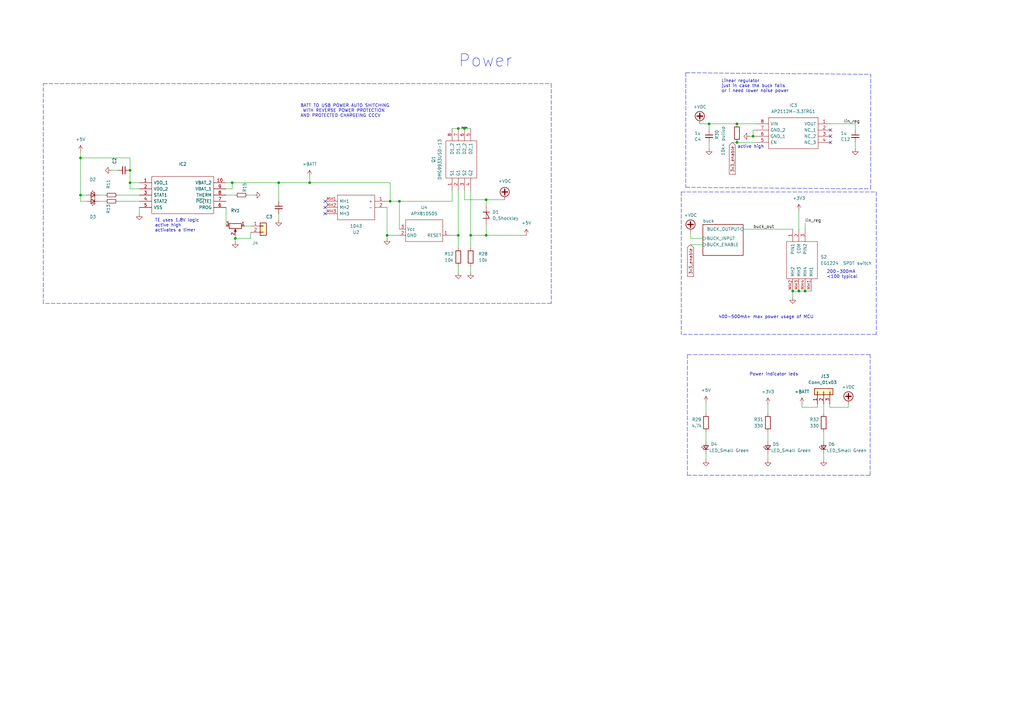
<source format=kicad_sch>
(kicad_sch (version 20211123) (generator eeschema)
  (paper "A3")
  (title_block (title "ESP32 audio power meter SD dataloger") (rev "1"))
  (lib_symbols
    (symbol "Connector_Generic:Conn_01x02" (pin_names (offset 1.016) hide)
      (property "Reference" "J" (at 0 2.54 0))
      (property "Value" "Conn_01x02" (at 0 -5.08 0))
      (symbol "Conn_01x02_1_1"
        (rectangle (start -1.27 -2.413) (end 0 -2.667) (stroke (width 0.1524)))
        (rectangle (start -1.27 0.127) (end 0 -0.127) (stroke (width 0.1524)))
        (rectangle (start -1.27 1.27) (end 1.27 -3.81) (stroke (width 0.254)) (fill (type background)))
        (pin passive line (at -5.08 0 0) (length 3.81) (name "Pin_1") (number "1"))
        (pin passive line (at -5.08 -2.54 0) (length 3.81) (name "Pin_2") (number "2"))
      )
    )
    (symbol "Connector_Generic:Conn_01x03" (pin_names (offset 1.016) hide)
      (property "Reference" "J" (at 0 5.08 0))
      (property "Value" "Conn_01x03" (at 0 -5.08 0))
      (symbol "Conn_01x03_1_1"
        (rectangle (start -1.27 -2.413) (end 0 -2.667) (stroke (width 0.1524)))
        (rectangle (start -1.27 0.127) (end 0 -0.127) (stroke (width 0.1524)))
        (rectangle (start -1.27 2.667) (end 0 2.413) (stroke (width 0.1524)))
        (rectangle (start -1.27 3.81) (end 1.27 -3.81) (stroke (width 0.254)) (fill (type background)))
        (pin passive line (at -5.08 2.54 0) (length 3.81) (name "Pin_1") (number "1"))
        (pin passive line (at -5.08 0 0) (length 3.81) (name "Pin_2") (number "2"))
        (pin passive line (at -5.08 -2.54 0) (length 3.81) (name "Pin_3") (number "3"))
      )
    )
    (symbol "Device:C_Small" (pin_numbers hide) (pin_names (offset 0.254) hide)
      (property "Reference" "C" (at 0.254 1.778 0))
      (property "Value" "C_Small" (at 0.254 -2.032 0))
      (symbol "C_Small_0_1"
        (polyline (pts (xy -1.524 -0.508) (xy 1.524 -0.508)) (stroke (width 0.3302)))
        (polyline (pts (xy -1.524 0.508) (xy 1.524 0.508)) (stroke (width 0.3048)))
      )
      (symbol "C_Small_1_1"
        (pin passive line (at 0 2.54 270) (length 2.032) (name "~") (number "1"))
        (pin passive line (at 0 -2.54 90) (length 2.032) (name "~") (number "2"))
      )
    )
    (symbol "Device:D_Shockley" (pin_numbers hide) (pin_names (offset 1.016) hide)
      (property "Reference" "D" (at 0 2.54 0))
      (property "Value" "D_Shockley" (at 0 -2.54 0))
      (symbol "D_Shockley_0_1"
        (polyline (pts (xy -1.27 0) (xy 1.27 0)))
        (polyline (pts (xy -1.27 1.27) (xy -1.27 -1.27)) (stroke (width 0.254)))
        (polyline (pts (xy -1.27 0) (xy 1.27 1.27) (xy 1.27 -1.27)) (stroke (width 0.254)))
      )
      (symbol "D_Shockley_1_1"
        (pin passive line (at -3.81 0 0) (length 2.54) (name "K") (number "1"))
        (pin passive line (at 3.81 0 180) (length 2.54) (name "A") (number "2"))
      )
    )
    (symbol "Device:LED_Small" (pin_numbers hide) (pin_names (offset 0.254) hide)
      (property "Reference" "D" (at -1.27 3.175 0))
      (property "Value" "LED_Small" (at -4.445 -2.54 0))
      (symbol "LED_Small_0_1"
        (polyline (pts (xy -0.762 -1.016) (xy -0.762 1.016)) (stroke (width 0.254)))
        (polyline (pts (xy 1.016 0) (xy -0.762 0)))
        (polyline (pts (xy 0.762 -1.016) (xy -0.762 0) (xy 0.762 1.016) (xy 0.762 -1.016)) (stroke (width 0.254)))
        (polyline (pts (xy 0 0.762) (xy -0.508 1.27) (xy -0.254 1.27) (xy -0.508 1.27) (xy -0.508 1.016)))
        (polyline (pts (xy 0.508 1.27) (xy 0 1.778) (xy 0.254 1.778) (xy 0 1.778) (xy 0 1.524)))
      )
      (symbol "LED_Small_1_1"
        (pin passive line (at -2.54 0 0) (length 1.778) (name "K") (number "1"))
        (pin passive line (at 2.54 0 180) (length 1.778) (name "A") (number "2"))
      )
    )
    (symbol "Device:R" (pin_numbers hide) (pin_names (offset 0))
      (property "Reference" "R" (at 2.032 0 90))
      (property "Value" "R" (at 0 0 90))
      (symbol "R_0_1"
        (rectangle (start -1.016 -2.54) (end 1.016 2.54) (stroke (width 0.254)))
      )
      (symbol "R_1_1"
        (pin passive line (at 0 3.81 270) (length 1.27) (name "~") (number "1"))
        (pin passive line (at 0 -3.81 90) (length 1.27) (name "~") (number "2"))
      )
    )
    (symbol "Device:R_Potentiometer" (pin_names (offset 1.016) hide)
      (property "Reference" "RV" (at -4.445 0 90))
      (property "Value" "R_Potentiometer" (at -2.54 0 90))
      (symbol "R_Potentiometer_0_1"
        (polyline (pts (xy 2.54 0) (xy 1.524 0)))
        (polyline (pts (xy 1.143 0) (xy 2.286 0.508) (xy 2.286 -0.508) (xy 1.143 0)) (fill (type outline)))
        (rectangle (start 1.016 2.54) (end -1.016 -2.54) (stroke (width 0.254)))
      )
      (symbol "R_Potentiometer_1_1"
        (pin passive line (at 0 3.81 270) (length 1.27) (name "1") (number "1"))
        (pin passive line (at 3.81 0 180) (length 1.27) (name "2") (number "2"))
        (pin passive line (at 0 -3.81 90) (length 1.27) (name "3") (number "3"))
      )
    )
    (symbol "Device:R_Small" (pin_numbers hide) (pin_names (offset 0.254) hide)
      (property "Reference" "R" (at 0.762 0.508 0))
      (property "Value" "R_Small" (at 0.762 -1.016 0))
      (symbol "R_Small_0_1"
        (rectangle (start -0.762 1.778) (end 0.762 -1.778) (stroke (width 0.2032)))
      )
      (symbol "R_Small_1_1"
        (pin passive line (at 0 2.54 270) (length 0.762) (name "~") (number "1"))
        (pin passive line (at 0 -2.54 90) (length 0.762) (name "~") (number "2"))
      )
    )
    (symbol "My_custom_lib:APX810S05"
      (property "Reference" "U" (at 0 6.35 0))
      (property "Value" "APX810S05" (at 0 3.81 0))
      (symbol "APX810S05_0_1"
        (rectangle (start -6.35 5.08) (end 8.89 -3.81))
      )
      (symbol "APX810S05_1_1"
        (pin output line (at 11.43 -1.27 180) (length 2.54) (name "RESET") (number "1"))
        (pin power_in line (at -8.89 -1.27 0) (length 2.54) (name "GND") (number "2"))
        (pin power_in line (at -8.89 1.27 0) (length 2.54) (name "Vcc") (number "3"))
      )
    )
    (symbol "SamacSys_Parts:1043" (pin_names (offset 0.762))
      (property "Reference" "U" (at 10.16 7.62 0))
      (property "Value" "1043" (at 10.16 5.08 0))
      (symbol "1043_0_0"
        (pin passive line (at 0 0 0) (length 5.08) (name "+") (number "1"))
        (pin passive line (at 0 -2.54 0) (length 5.08) (name "-") (number "2"))
        (pin passive line (at 25.4 0 180) (length 5.08) (name "MH1") (number "MH1"))
        (pin passive line (at 25.4 -2.54 180) (length 5.08) (name "MH2") (number "MH2"))
        (pin passive line (at 25.4 -5.08 180) (length 5.08) (name "MH3") (number "MH3"))
      )
      (symbol "1043_0_1"
        (polyline (pts (xy 5.08 2.54) (xy 20.32 2.54) (xy 20.32 -7.62) (xy 5.08 -7.62) (xy 5.08 2.54)) (stroke (width 0.1524)))
      )
    )
    (symbol "SamacSys_Parts:AP2112M-3.3TRG1" (pin_names (offset 0.762))
      (property "Reference" "IC" (at 26.67 7.62 0))
      (property "Value" "AP2112M-3.3TRG1" (at 26.67 5.08 0))
      (symbol "AP2112M-3.3TRG1_0_0"
        (pin passive line (at 0 0 0) (length 5.08) (name "VOUT") (number "1"))
        (pin passive line (at 0 -2.54 0) (length 5.08) (name "NC_1") (number "2"))
        (pin passive line (at 0 -5.08 0) (length 5.08) (name "NC_2") (number "3"))
        (pin passive line (at 0 -7.62 0) (length 5.08) (name "NC_3") (number "4"))
        (pin passive line (at 30.48 -7.62 180) (length 5.08) (name "EN") (number "5"))
        (pin passive line (at 30.48 -5.08 180) (length 5.08) (name "GND_1") (number "6"))
        (pin passive line (at 30.48 -2.54 180) (length 5.08) (name "GND_2") (number "7"))
        (pin passive line (at 30.48 0 180) (length 5.08) (name "VIN") (number "8"))
      )
      (symbol "AP2112M-3.3TRG1_0_1"
        (polyline (pts (xy 5.08 2.54) (xy 25.4 2.54) (xy 25.4 -10.16) (xy 5.08 -10.16) (xy 5.08 2.54)) (stroke (width 0.1524)))
      )
    )
    (symbol "SamacSys_Parts:DMG9933USD-13" (pin_names (offset 0.762))
      (property "Reference" "Q" (at 21.59 7.62 0))
      (property "Value" "DMG9933USD-13" (at 21.59 5.08 0))
      (symbol "DMG9933USD-13_0_0"
        (pin passive line (at 0 0 0) (length 5.08) (name "S1") (number "1"))
        (pin passive line (at 0 -2.54 0) (length 5.08) (name "G1") (number "2"))
        (pin passive line (at 0 -5.08 0) (length 5.08) (name "S2") (number "3"))
        (pin passive line (at 0 -7.62 0) (length 5.08) (name "G2") (number "4"))
        (pin passive line (at 25.4 -7.62 180) (length 5.08) (name "D2_1") (number "5"))
        (pin passive line (at 25.4 -5.08 180) (length 5.08) (name "D2_2") (number "6"))
        (pin passive line (at 25.4 -2.54 180) (length 5.08) (name "D1_1") (number "7"))
        (pin passive line (at 25.4 0 180) (length 5.08) (name "D1_2") (number "8"))
      )
      (symbol "DMG9933USD-13_0_1"
        (polyline (pts (xy 5.08 2.54) (xy 20.32 2.54) (xy 20.32 -10.16) (xy 5.08 -10.16) (xy 5.08 2.54)) (stroke (width 0.1524)))
      )
    )
    (symbol "SamacSys_Parts:EG1224" (pin_names (offset 0.762))
      (property "Reference" "S" (at 21.59 7.62 0))
      (property "Value" "EG1224" (at 21.59 5.08 0))
      (symbol "EG1224_0_0"
        (pin passive line (at 0 0 0) (length 5.08) (name "PIN1") (number "1"))
        (pin passive line (at 0 -2.54 0) (length 5.08) (name "COM") (number "2"))
        (pin passive line (at 0 -5.08 0) (length 5.08) (name "PIN2") (number "3"))
        (pin passive line (at 25.4 -7.62 180) (length 5.08) (name "MH1") (number "MH1"))
        (pin passive line (at 25.4 0 180) (length 5.08) (name "MH2") (number "MH2"))
        (pin passive line (at 25.4 -2.54 180) (length 5.08) (name "MH3") (number "MH3"))
        (pin passive line (at 25.4 -5.08 180) (length 5.08) (name "MH4") (number "MH4"))
      )
      (symbol "EG1224_0_1"
        (polyline (pts (xy 5.08 2.54) (xy 20.32 2.54) (xy 20.32 -10.16) (xy 5.08 -10.16) (xy 5.08 2.54)) (stroke (width 0.1524)))
      )
    )
    (symbol "SamacSys_Parts:MCP73834T-FCI_UN" (pin_names (offset 0.762))
      (property "Reference" "IC" (at 31.75 7.62 0))
      (property "Value" "MCP73834T-FCI_UN" (at 31.75 5.08 0))
      (symbol "MCP73834T-FCI_UN_0_0"
        (pin passive line (at 0 0 0) (length 5.08) (name "VDD_1") (number "1"))
        (pin passive line (at 35.56 0 180) (length 5.08) (name "VBAT_2") (number "10"))
        (pin passive line (at 0 -2.54 0) (length 5.08) (name "VDD_2") (number "2"))
        (pin passive line (at 0 -5.08 0) (length 5.08) (name "STAT1") (number "3"))
        (pin passive line (at 0 -7.62 0) (length 5.08) (name "STAT2") (number "4"))
        (pin passive line (at 0 -10.16 0) (length 5.08) (name "VSS") (number "5"))
        (pin passive line (at 35.56 -10.16 180) (length 5.08) (name "PROG") (number "6"))
        (pin passive line (at 35.56 -7.62 180) (length 5.08) (name "~{PG(}TE)") (number "7"))
        (pin passive line (at 35.56 -5.08 180) (length 5.08) (name "THERM") (number "8"))
        (pin passive line (at 35.56 -2.54 180) (length 5.08) (name "VBAT_1") (number "9"))
      )
      (symbol "MCP73834T-FCI_UN_0_1"
        (polyline (pts (xy 5.08 2.54) (xy 30.48 2.54) (xy 30.48 -12.7) (xy 5.08 -12.7) (xy 5.08 2.54)) (stroke (width 0.1524)))
      )
    )
    (symbol "power:+3.3V" (power) (pin_names (offset 0))
      (property "Value" "+3.3V" (at 0 3.556 0))
      (symbol "+3.3V_0_1"
        (polyline (pts (xy -0.762 1.27) (xy 0 2.54)))
        (polyline (pts (xy 0 0) (xy 0 2.54)))
        (polyline (pts (xy 0 2.54) (xy 0.762 1.27)))
      )
      (symbol "+3.3V_1_1"
        (pin power_in line (at 0 0 90) (length 0) hide (name "+3V3") (number "1"))
      )
    )
    (symbol "power:+5V" (power) (pin_names (offset 0))
      (property "Value" "+5V" (at 0 3.556 0))
      (symbol "+5V_0_1"
        (polyline (pts (xy -0.762 1.27) (xy 0 2.54)))
        (polyline (pts (xy 0 0) (xy 0 2.54)))
        (polyline (pts (xy 0 2.54) (xy 0.762 1.27)))
      )
      (symbol "+5V_1_1"
        (pin power_in line (at 0 0 90) (length 0) hide (name "+5V") (number "1"))
      )
    )
    (symbol "power:+BATT" (power) (pin_names (offset 0))
      (property "Value" "+BATT" (at 0 3.556 0))
      (symbol "+BATT_0_1"
        (polyline (pts (xy -0.762 1.27) (xy 0 2.54)))
        (polyline (pts (xy 0 0) (xy 0 2.54)))
        (polyline (pts (xy 0 2.54) (xy 0.762 1.27)))
      )
      (symbol "+BATT_1_1"
        (pin power_in line (at 0 0 90) (length 0) hide (name "+BATT") (number "1"))
      )
    )
    (symbol "power:+VDC" (power) (pin_names (offset 0))
      (property "Value" "+VDC" (at 0 6.35 0))
      (symbol "+VDC_0_1"
        (polyline (pts (xy -1.143 3.175) (xy 1.143 3.175)) (stroke (width 0.508)))
        (polyline (pts (xy 0 0) (xy 0 1.27)))
        (polyline (pts (xy 0 2.032) (xy 0 4.318)) (stroke (width 0.508)))
        (circle (center 0 3.175) (radius 1.905) (stroke (width 0.254)))
      )
      (symbol "+VDC_1_1"
        (pin power_in line (at 0 0 90) (length 0) hide (name "+VDC") (number "1"))
      )
    )
    (symbol "power:GND" (power) (pin_names (offset 0))
      (property "Value" "GND" (at 0 -3.81 0))
      (symbol "GND_0_1"
        (polyline (pts (xy 0 0) (xy 0 -1.27) (xy 1.27 -1.27) (xy 0 -2.54) (xy -1.27 -1.27) (xy 0 -1.27)))
      )
      (symbol "GND_1_1"
        (pin power_in line (at 0 0 270) (length 0) hide (name "GND") (number "1"))
      )
    )
  )
  (junction (at 199.39 96.52))
  (junction (at 33.02 80.01))
  (junction (at 187.96 96.52))
  (junction (at 96.52 97.79))
  (junction (at 114.3 74.93))
  (junction (at 190.5 52.705))
  (junction (at 160.02 82.55))
  (junction (at 95.25 74.93))
  (junction (at 127 74.93))
  (junction (at 187.96 52.705))
  (junction (at 330.2 119.38))
  (junction (at 327.66 119.38))
  (junction (at 193.04 96.52))
  (junction (at 33.02 64.77))
  (junction (at 53.34 74.93))
  (junction (at 163.83 82.55))
  (junction (at 53.34 69.85))
  (junction (at 199.39 81.915))
  (junction (at 325.12 119.38))
  (junction (at 158.75 96.52))
  (junction (at 302.26 50.8))
  (junction (at 308.864 55.88))
  (junction (at 290.83 50.8))
  (junction (at 302.26 58.42))
  (no_connect (at 133.35 87.63))
  (no_connect (at 340.614 53.34))
  (no_connect (at 133.35 85.09))
  (no_connect (at 133.35 82.55))
  (no_connect (at 340.614 58.42))
  (no_connect (at 340.614 55.88))
  (wire (pts (xy 335.28 165.735) (xy 335.28 167.005)))
  (wire (pts (xy 325.12 119.38) (xy 327.66 119.38)))
  (wire (pts (xy 308.864 55.88) (xy 307.594 55.88)))
  (wire (pts (xy 328.93 165.735) (xy 328.93 167.005)))
  (wire (pts (xy 185.42 52.705) (xy 187.96 52.705)))
  (wire (pts (xy 102.87 95.25) (xy 102.87 97.79)))
  (wire (pts (xy 340.36 167.005) (xy 347.98 167.005)))
  (wire (pts (xy 190.5 52.705) (xy 193.04 52.705)))
  (wire (pts (xy 335.28 167.005) (xy 328.93 167.005)))
  (wire (pts (xy 199.39 92.075) (xy 199.39 96.52)))
  (wire (pts (xy 290.83 50.8) (xy 290.83 53.34)))
  (wire (pts (xy 340.36 165.735) (xy 340.36 167.005)))
  (wire (pts (xy 290.83 58.42) (xy 290.83 60.96)))
  (wire (pts (xy 190.5 81.915) (xy 199.39 81.915)))
  (wire (pts (xy 127 74.93) (xy 160.02 74.93)))
  (wire (pts (xy 95.25 74.93) (xy 92.71 74.93)))
  (wire (pts (xy 127 72.39) (xy 127 74.93)))
  (wire (pts (xy 101.6 80.01) (xy 104.14 80.01)))
  (wire (pts (xy 33.02 82.55) (xy 35.56 82.55)))
  (polyline (pts (xy 356.87 145.415) (xy 281.94 145.415)))
  (wire (pts (xy 350.774 50.8) (xy 350.774 53.34)))
  (wire (pts (xy 283.21 97.79) (xy 288.29 97.79)))
  (wire (pts (xy 92.71 80.01) (xy 96.52 80.01)))
  (polyline (pts (xy 279.4 78.74) (xy 279.4 137.16)))
  (wire (pts (xy 95.25 77.47) (xy 95.25 74.93)))
  (wire (pts (xy 289.56 177.165) (xy 289.56 180.975)))
  (wire (pts (xy 287.02 50.8) (xy 290.83 50.8)))
  (polyline (pts (xy 281.94 145.415) (xy 281.94 194.945)))
  (wire (pts (xy 160.02 74.93) (xy 160.02 82.55)))
  (wire (pts (xy 163.83 82.55) (xy 163.83 93.98)))
  (wire (pts (xy 302.26 50.8) (xy 310.134 50.8)))
  (wire (pts (xy 193.04 78.105) (xy 193.04 96.52)))
  (wire (pts (xy 33.02 80.01) (xy 33.02 82.55)))
  (wire (pts (xy 330.2 119.38) (xy 332.74 119.38)))
  (wire (pts (xy 187.96 78.105) (xy 187.96 96.52)))
  (wire (pts (xy 308.864 53.34) (xy 308.864 55.88)))
  (wire (pts (xy 325.12 119.38) (xy 325.12 121.92)))
  (wire (pts (xy 304.8 93.98) (xy 325.12 93.98)))
  (wire (pts (xy 283.21 95.25) (xy 283.21 97.79)))
  (wire (pts (xy 158.75 82.55) (xy 160.02 82.55)))
  (polyline (pts (xy 359.41 78.74) (xy 359.41 137.16)))
  (wire (pts (xy 40.64 82.55) (xy 43.18 82.55)))
  (wire (pts (xy 193.04 109.22) (xy 193.04 111.76)))
  (wire (pts (xy 199.39 81.915) (xy 207.01 81.915)))
  (wire (pts (xy 187.96 96.52) (xy 187.96 101.6)))
  (wire (pts (xy 289.56 186.055) (xy 289.56 188.595)))
  (wire (pts (xy 114.3 87.63) (xy 114.3 90.17)))
  (wire (pts (xy 53.34 74.93) (xy 57.15 74.93)))
  (polyline (pts (xy 357.124 77.47) (xy 357.124 30.48)))
  (wire (pts (xy 48.26 80.01) (xy 57.15 80.01)))
  (polyline (pts (xy 356.87 194.945) (xy 356.87 145.415)))
  (wire (pts (xy 53.34 64.77) (xy 53.34 69.85)))
  (wire (pts (xy 53.34 74.93) (xy 53.34 77.47)))
  (wire (pts (xy 350.774 58.42) (xy 350.774 60.96)))
  (wire (pts (xy 158.75 85.09) (xy 158.75 96.52)))
  (wire (pts (xy 53.34 69.85) (xy 53.34 74.93)))
  (wire (pts (xy 327.66 86.36) (xy 327.66 93.98)))
  (wire (pts (xy 199.39 81.915) (xy 199.39 84.455)))
  (polyline (pts (xy 281.305 29.845) (xy 281.305 76.835)))
  (wire (pts (xy 314.96 186.055) (xy 314.96 188.595)))
  (wire (pts (xy 102.87 97.79) (xy 96.52 97.79)))
  (wire (pts (xy 33.02 62.23) (xy 33.02 64.77)))
  (wire (pts (xy 100.33 92.71) (xy 102.87 92.71)))
  (wire (pts (xy 163.83 82.55) (xy 185.42 82.55)))
  (polyline (pts (xy 226.06 124.46) (xy 17.78 124.46)))
  (wire (pts (xy 187.96 52.705) (xy 190.5 52.705)))
  (wire (pts (xy 337.82 177.165) (xy 337.82 180.975)))
  (polyline (pts (xy 281.305 76.835) (xy 357.124 77.47)))
  (wire (pts (xy 57.15 85.09) (xy 57.15 87.63)))
  (wire (pts (xy 48.26 69.85) (xy 45.72 69.85)))
  (wire (pts (xy 193.04 96.52) (xy 193.04 101.6)))
  (wire (pts (xy 302.26 58.42) (xy 310.134 58.42)))
  (wire (pts (xy 283.21 100.33) (xy 288.29 100.33)))
  (wire (pts (xy 35.56 80.01) (xy 33.02 80.01)))
  (polyline (pts (xy 359.41 137.16) (xy 279.4 137.16)))
  (wire (pts (xy 330.2 91.44) (xy 330.2 93.98)))
  (wire (pts (xy 33.02 64.77) (xy 53.34 64.77)))
  (polyline (pts (xy 226.06 34.29) (xy 226.06 124.46)))
  (wire (pts (xy 33.02 64.77) (xy 33.02 80.01)))
  (wire (pts (xy 96.52 97.79) (xy 96.52 99.06)))
  (wire (pts (xy 337.82 165.735) (xy 337.82 169.545)))
  (wire (pts (xy 114.3 74.93) (xy 127 74.93)))
  (wire (pts (xy 57.15 77.47) (xy 53.34 77.47)))
  (wire (pts (xy 96.52 96.52) (xy 96.52 97.79)))
  (wire (pts (xy 314.96 165.735) (xy 314.96 169.545)))
  (polyline (pts (xy 17.78 124.46) (xy 17.78 34.29)))
  (wire (pts (xy 40.64 80.01) (xy 43.18 80.01)))
  (wire (pts (xy 289.56 165.1) (xy 289.56 169.545)))
  (wire (pts (xy 193.04 96.52) (xy 199.39 96.52)))
  (wire (pts (xy 190.5 78.105) (xy 190.5 81.915)))
  (wire (pts (xy 199.39 96.52) (xy 215.9 96.52)))
  (wire (pts (xy 290.83 50.8) (xy 302.26 50.8)))
  (wire (pts (xy 327.66 119.38) (xy 330.2 119.38)))
  (wire (pts (xy 92.71 85.09) (xy 92.71 92.71)))
  (wire (pts (xy 340.614 50.8) (xy 350.774 50.8)))
  (wire (pts (xy 300.355 58.42) (xy 302.26 58.42)))
  (wire (pts (xy 114.3 82.55) (xy 114.3 74.93)))
  (wire (pts (xy 160.02 82.55) (xy 163.83 82.55)))
  (polyline (pts (xy 17.78 34.29) (xy 226.06 34.29)))
  (wire (pts (xy 92.71 77.47) (xy 95.25 77.47)))
  (wire (pts (xy 314.96 177.165) (xy 314.96 180.975)))
  (polyline (pts (xy 279.4 78.74) (xy 359.41 78.74)))
  (wire (pts (xy 184.15 96.52) (xy 187.96 96.52)))
  (wire (pts (xy 310.134 53.34) (xy 308.864 53.34)))
  (wire (pts (xy 337.82 186.055) (xy 337.82 188.595)))
  (wire (pts (xy 158.75 96.52) (xy 158.75 97.79)))
  (wire (pts (xy 48.26 82.55) (xy 57.15 82.55)))
  (wire (pts (xy 347.98 165.735) (xy 347.98 167.005)))
  (wire (pts (xy 310.134 55.88) (xy 308.864 55.88)))
  (polyline (pts (xy 281.305 29.845) (xy 357.124 30.48)))
  (wire (pts (xy 158.75 96.52) (xy 163.83 96.52)))
  (wire (pts (xy 187.96 109.22) (xy 187.96 111.76)))
  (wire (pts (xy 185.42 78.105) (xy 185.42 82.55)))
  (wire (pts (xy 95.25 74.93) (xy 114.3 74.93)))
  (polyline (pts (xy 281.94 194.945) (xy 356.87 194.945)))
  (text "400-500mA+ max power usage of MCU" (at 294.64 130.81 0) (effects (font (size 1.27 1.27)) (justify left bottom)))
  (text "TE uses 1.8V logic\nactive high\nactivates a timer" (at 63.5 95.25 0) (effects (font (size 1.27 1.27)) (justify left bottom)))
  (text "active high" (at 302.514 60.96 0) (effects (font (size 1.27 1.27)) (justify left bottom)))
  (text "Linear regulator\njust in case the buck fails \nor i need lower noise power" (at 295.91 38.1 0) (effects (font (size 1.27 1.27)) (justify left bottom)))
  (text "Power" (at 187.96 27.94 0) (effects (font (size 5 5)) (justify left bottom)))
  (text "BATT TO USB POWER AUTO SHITCHING\n WITH REVERSE POWER PROTECTION\nAND PROTECTED CHARGEING CCCV" (at 123.19 48.26 0) (effects (font (size 1.27 1.27)) (justify left bottom)))
  (text "Power indicator leds" (at 307.34 154.305 0) (effects (font (size 1.27 1.27)) (justify left bottom)))
  (text "200-300mA\n<100 typical" (at 339.09 114.3 0) (effects (font (size 1.27 1.27)) (justify left bottom)))
  (label "Drains" (at 191.77 52.705 180) (effects (font (size 0.5 0.5))))
  (label "lin_reg" (at 346.075 50.8 0))
  (label "lin_reg" (at 330.2 91.44 0))
  (label "buck_out" (at 317.5 93.98 180))
  (global_label "3v3_enable" (shape input) (at 300.355 58.42 270) (property "Intersheet References" "${INTERSHEET_REFS}" (effects hide)))
  (global_label "3v3_enable" (shape input) (at 283.21 100.33 270) (property "Intersheet References" "${INTERSHEET_REFS}" (effects hide)))
  (symbol (lib_id "Device:R") (at 302.26 54.61 0) (mirror x) (unit 1)
    (property "Reference" "R30" (at 294.005 55.245 90))
    (property "Value" "10k+ pullup" (at 296.545 57.785 90))
    (property "Footprint" "Resistor_SMD:R_0603_1608Metric_Pad0.98x0.95mm_HandSolder" (effects hide))
  )
  (symbol (lib_id "Device:R") (at 187.96 105.41 0) (mirror x) (unit 1)
    (property "Reference" "R12" (at 184.15 104.14 0))
    (property "Value" "10k" (at 184.15 106.68 0))
    (property "Footprint" "Resistor_SMD:R_0603_1608Metric_Pad0.98x0.95mm_HandSolder" (effects hide))
  )
  (symbol (lib_id "Device:R_Potentiometer") (at 96.52 92.71 270) (unit 1)
    (property "Reference" "RV1" (at 96.52 86.36 90))
  )
  (symbol (lib_id "power:GND") (at 57.15 87.63 0) (unit 1)
    (property "Reference" "#PWR0119" (effects hide))
  )
  (symbol (lib_id "power:GND") (at 193.04 111.76 0) (unit 1)
    (property "Reference" "#PWR021" (effects hide))
    (property "Value" "GND" (effects hide))
  )
  (symbol (lib_id "Device:C_Small") (at 350.774 55.88 0) (unit 1)
    (property "Reference" "C12" (at 344.805 57.15 0) (effects (justify left)))
    (property "Value" "1u" (at 344.805 54.61 0) (effects (justify left)))
    (property "Footprint" "Capacitor_SMD:C_0805_2012Metric_Pad1.18x1.45mm_HandSolder" (effects hide))
  )
  (symbol (lib_id "Device:LED_Small") (at 314.96 183.515 90) (unit 1)
    (property "Reference" "D5" (at 316.865 182.1814 90) (effects (justify right)))
    (property "Value" "LED_Small Green" (at 316.23 184.785 90) (effects (justify right)))
    (property "Footprint" "LED_SMD:LED_0603_1608Metric_Pad1.05x0.95mm_HandSolder" (effects hide))
  )
  (symbol (lib_id "Device:R") (at 314.96 173.355 0) (mirror x) (unit 1)
    (property "Reference" "R31" (at 311.15 172.085 0))
    (property "Value" "330" (at 311.15 174.625 0))
    (property "Footprint" "Resistor_SMD:R_0603_1608Metric_Pad0.98x0.95mm_HandSolder" (effects hide))
  )
  (symbol (lib_id "My_custom_lib:APX810S05") (at 172.72 95.25 0) (unit 1)
    (property "Reference" "U4" (at 173.99 85.09 0))
    (property "Value" "APX810S05" (at 173.99 87.63 0))
    (property "Footprint" "Package_TO_SOT_SMD:SOT-23" (effects hide))
  )
  (symbol (lib_id "Connector_Generic:Conn_01x03") (at 337.82 160.655 90) (unit 1)
    (property "Reference" "J13" (at 336.55 154.305 90) (effects (justify right)))
    (property "Value" "Conn_01x03" (at 331.47 156.845 90) (effects (justify right)))
    (property "Footprint" "Connector_PinHeader_2.54mm:PinHeader_1x03_P2.54mm_Vertical" (effects hide))
  )
  (symbol (lib_id "Connector_Generic:Conn_01x02") (at 107.95 92.71 0) (unit 1)
    (property "Reference" "J4" (at 103.505 99.695 0) (effects (justify left)))
  )
  (symbol (lib_id "power:GND") (at 307.594 55.88 270) (unit 1)
    (property "Reference" "#PWR029" (effects hide))
    (property "Value" "GND" (effects hide))
  )
  (symbol (lib_id "Device:R_Small") (at 45.72 82.55 90) (mirror x) (unit 1)
    (property "Reference" "R13" (at 44.45 87.63 0) (effects (justify right)))
  )
  (symbol (lib_id "SamacSys_Parts:AP2112M-3.3TRG1") (at 340.614 50.8 0) (mirror y) (unit 1)
    (property "Reference" "IC3" (at 325.374 43.18 0))
    (property "Value" "AP2112M-3.3TRG1" (at 325.374 45.72 0))
    (property "Footprint" "SamacSys_Parts:SOIC127P600X170-8N" (effects hide))
    (property "Datasheet" "https://www.diodes.com/assets/Datasheets/AP2112.pdf" (effects hide))
    (property "Description" "LDO Voltage Regulators LDO CMOS HiCurr" (effects hide))
    (property "Height" "1.7" (effects hide))
    (property "Mouser Part Number" "621-AP2112M-3.3TRG1" (effects hide))
    (property "Mouser Price/Stock" "https://www.mouser.co.uk/ProductDetail/Diodes-Incorporated/AP2112M-33TRG1?qs=5V6w%252Be2aIqa1YM8VADFBsQ%3D%3D" (effects hide))
    (property "Manufacturer_Name" "Diodes Inc." (effects hide))
    (property "Manufacturer_Part_Number" "AP2112M-3.3TRG1" (effects hide))
  )
  (symbol (lib_id "SamacSys_Parts:1043") (at 158.75 82.55 0) (mirror y) (unit 1)
    (property "Reference" "U2" (at 146.05 95.25 0))
    (property "Value" "1043" (at 146.05 92.71 0))
    (property "Footprint" "1043" (effects hide))
    (property "Datasheet" "http://www.keyelco.com/product-pdf.cfm?p=919" (effects hide))
    (property "Description" "KEYSTONE - 1043 - BATTERY HOLDER, 18650, TH" (effects hide))
    (property "Height" "14.86" (effects hide))
    (property "Mouser Part Number" "534-1043" (effects hide))
    (property "Mouser Price/Stock" "https://www.mouser.co.uk/ProductDetail/Keystone-Electronics/1043?qs=%2F7TOpeL5Mz6j%2FnxeOA1rsg%3D%3D" (effects hide))
    (property "Manufacturer_Name" "Keystone Electronics" (effects hide))
    (property "Manufacturer_Part_Number" "1043" (effects hide))
  )
  (symbol (lib_id "power:GND") (at 350.774 60.96 0) (unit 1)
    (property "Reference" "#PWR037" (effects hide))
    (property "Value" "GND" (effects hide))
  )
  (symbol (lib_id "power:GND") (at 104.14 80.01 90) (mirror x) (unit 1)
    (property "Reference" "#PWR0143" (effects hide))
  )
  (symbol (lib_id "SamacSys_Parts:DMG9933USD-13") (at 185.42 78.105 90) (unit 1)
    (property "Reference" "Q1" (at 177.8 65.405 0))
    (property "Value" "DMG9933USD-13" (at 180.34 65.405 0))
    (property "Footprint" "SamacSys_Parts:SOIC127P600X175-8N" (effects hide))
    (property "Datasheet" "https://www.diodes.com/assets/Datasheets/ds32085.pdf" (effects hide))
    (property "Description" "Trans MOSFET P-CH 20V 4.6A Automotive 8-Pin SO T/R" (effects hide))
    (property "Height" "1.75" (effects hide))
    (property "Mouser Part Number" "621-DMG9933USD-13" (effects hide))
    (property "Mouser Price/Stock" "https://www.mouser.co.uk/ProductDetail/Diodes-Incorporated/DMG9933USD-13?qs=sJ%252BpcIzCtBhDoyIe%2Fd9Cxg%3D%3D" (effects hide))
    (property "Manufacturer_Name" "Diodes Inc." (effects hide))
    (property "Manufacturer_Part_Number" "DMG9933USD-13" (effects hide))
  )
  (symbol (lib_id "Device:R") (at 289.56 173.355 0) (mirror x) (unit 1)
    (property "Reference" "R29" (at 285.75 172.085 0))
    (property "Value" "4.7k" (at 285.75 174.625 0))
    (property "Footprint" "Resistor_THT:R_Axial_DIN0204_L3.6mm_D1.6mm_P2.54mm_Vertical" (effects hide))
  )
  (symbol (lib_id "power:+VDC") (at 283.21 95.25 0) (unit 1)
    (property "Reference" "#PWR024" (effects hide))
    (property "Value" "+VDC" (at 283.21 88.265 0))
  )
  (symbol (lib_id "Device:R") (at 193.04 105.41 0) (mirror x) (unit 1)
    (property "Reference" "R28" (at 198.12 104.14 0))
    (property "Value" "10k" (at 198.12 106.68 0))
    (property "Footprint" "Resistor_SMD:R_0603_1608Metric_Pad0.98x0.95mm_HandSolder" (effects hide))
  )
  (symbol (lib_id "Device:LED_Small") (at 38.1 82.55 180) (unit 1)
    (property "Reference" "D3" (at 38.1 88.9 0))
  )
  (symbol (lib_id "power:+3.3V") (at 314.96 165.735 0) (unit 1)
    (property "Reference" "#PWR030" (effects hide))
    (property "Value" "+3.3V" (at 314.96 160.655 0))
  )
  (symbol (lib_id "Device:D_Shockley") (at 199.39 88.265 270) (unit 1)
    (property "Reference" "D1" (at 201.93 86.9949 90) (effects (justify left)))
    (property "Value" "D_Shockley" (at 201.93 89.5349 90) (effects (justify left)))
    (property "Footprint" "Diode_THT:D_DO-15_P15.24mm_Horizontal" (effects hide))
  )
  (symbol (lib_id "power:+5V") (at 215.9 96.52 0) (unit 1)
    (property "Reference" "#PWR023" (effects hide))
    (property "Value" "+5V" (at 215.9 91.44 0))
  )
  (symbol (lib_id "SamacSys_Parts:MCP73834T-FCI_UN") (at 57.15 74.93 0) (unit 1)
    (property "Reference" "IC2" (at 74.93 67.31 0))
    (property "Datasheet" "http://www.microchip.com/mymicrochip/filehandler.aspx?ddocname=en027983" (effects hide))
    (property "Description" "Battery Management Charge Management Controllers" (effects hide))
    (property "Height" "1.1" (effects hide))
    (property "Mouser Part Number" "579-MCP73834T-FCI/UN" (effects hide))
    (property "Mouser Price/Stock" "https://www.mouser.co.uk/ProductDetail/Microchip-Technology/MCP73834T-FCI-UN?qs=jZi1jxfVU96a9W8V17k8Cg%3D%3D" (effects hide))
    (property "Manufacturer_Name" "Microchip" (effects hide))
    (property "Manufacturer_Part_Number" "MCP73834T-FCI/UN" (effects hide))
  )
  (symbol (lib_id "Device:C_Small") (at 114.3 85.09 0) (mirror y) (unit 1)
    (property "Reference" "C3" (at 111.76 88.9 0) (effects (justify left)))
  )
  (symbol (lib_id "power:+VDC") (at 207.01 81.915 0) (unit 1)
    (property "Reference" "#PWR022" (effects hide))
    (property "Value" "+VDC" (at 207.01 74.295 0))
  )
  (symbol (lib_id "power:GND") (at 187.96 111.76 0) (unit 1)
    (property "Reference" "#PWR020" (effects hide))
    (property "Value" "GND" (effects hide))
  )
  (symbol (lib_id "power:GND") (at 114.3 90.17 0) (mirror y) (unit 1)
    (property "Reference" "#PWR0142" (effects hide))
  )
  (symbol (lib_id "SamacSys_Parts:EG1224") (at 325.12 93.98 90) (mirror x) (unit 1)
    (property "Reference" "S2" (at 336.55 105.4099 90) (effects (justify right)))
    (property "Value" "EG1224  SPDT switch" (at 336.55 107.9499 90) (effects (justify right)))
    (property "Footprint" "SamacSys_Parts:EG1224" (effects hide))
    (property "Description" "E-SWITCH - EG1224 - SWITCH, SLIDE, SPDT, 500mA, 15V, PCB" (effects hide))
    (property "Height" "8.5" (effects hide))
    (property "Mouser Part Number" "612-EG1224" (effects hide))
    (property "Mouser Price/Stock" "https://www.mouser.co.uk/ProductDetail/E-Switch/EG1224?qs=HKd%2Fp3M7KlUMARNITVNimA%3D%3D" (effects hide))
    (property "Manufacturer_Name" "E-Switch" (effects hide))
    (property "Manufacturer_Part_Number" "EG1224" (effects hide))
  )
  (symbol (lib_id "power:GND") (at 45.72 69.85 270) (mirror x) (unit 1)
    (property "Reference" "#PWR0141" (effects hide))
  )
  (symbol (lib_id "Device:R_Small") (at 45.72 80.01 90) (mirror x) (unit 1)
    (property "Reference" "R11" (at 44.45 77.47 0) (effects (justify right)))
  )
  (symbol (lib_id "power:GND") (at 96.52 99.06 0) (mirror y) (unit 1)
    (property "Reference" "#PWR0144" (effects hide))
  )
  (symbol (lib_id "power:GND") (at 290.83 60.96 0) (unit 1)
    (property "Reference" "#PWR028" (effects hide))
    (property "Value" "GND" (effects hide))
  )
  (symbol (lib_id "Device:LED_Small") (at 289.56 183.515 90) (unit 1)
    (property "Reference" "D4" (at 291.465 182.1814 90) (effects (justify right)))
    (property "Value" "LED_Small Green" (at 290.83 184.785 90) (effects (justify right)))
    (property "Footprint" "LED_SMD:LED_0603_1608Metric_Pad1.05x0.95mm_HandSolder" (effects hide))
  )
  (symbol (lib_id "power:+3.3V") (at 327.66 86.36 0) (unit 1)
    (property "Reference" "#PWR033" (effects hide))
    (property "Value" "+3.3V" (at 327.66 81.28 0))
  )
  (symbol (lib_id "Device:R") (at 337.82 173.355 0) (mirror x) (unit 1)
    (property "Reference" "R32" (at 334.01 172.085 0))
    (property "Value" "330" (at 334.01 174.625 0))
    (property "Footprint" "Resistor_SMD:R_0603_1608Metric_Pad0.98x0.95mm_HandSolder" (effects hide))
  )
  (symbol (lib_id "power:GND") (at 337.82 188.595 0) (mirror y) (unit 1)
    (property "Reference" "#PWR035" (effects hide))
    (property "Value" "GND" (effects hide))
  )
  (symbol (lib_id "power:+5V") (at 33.02 62.23 0) (unit 1)
    (property "Reference" "#PWR0116" (effects hide))
  )
  (symbol (lib_id "power:+5V") (at 289.56 165.1 0) (unit 1)
    (property "Reference" "#PWR026" (effects hide))
    (property "Value" "+5V" (at 289.56 160.02 0))
  )
  (symbol (lib_id "Device:C_Small") (at 50.8 69.85 270) (mirror x) (unit 1)
    (property "Reference" "C2" (at 46.99 67.31 0) (effects (justify left)))
  )
  (symbol (lib_id "power:+BATT") (at 127 72.39 0) (unit 1)
    (property "Reference" "#PWR0102" (effects hide))
  )
  (symbol (lib_id "power:GND") (at 314.96 188.595 0) (mirror y) (unit 1)
    (property "Reference" "#PWR031" (effects hide))
    (property "Value" "GND" (effects hide))
  )
  (symbol (lib_id "power:+BATT") (at 328.93 165.735 0) (unit 1)
    (property "Reference" "#PWR034" (effects hide))
    (property "Value" "+BATT" (at 328.93 160.655 0))
  )
  (symbol (lib_id "Device:R_Small") (at 99.06 80.01 270) (mirror x) (unit 1)
    (property "Reference" "R15" (at 100.33 74.93 0) (effects (justify right)))
  )
  (symbol (lib_id "Device:LED_Small") (at 337.82 183.515 90) (unit 1)
    (property "Reference" "D6" (at 339.725 182.1814 90) (effects (justify right)))
    (property "Value" "LED_Small Green" (at 339.09 184.785 90) (effects (justify right)))
    (property "Footprint" "LED_SMD:LED_0603_1608Metric_Pad1.05x0.95mm_HandSolder" (effects hide))
  )
  (symbol (lib_id "Device:C_Small") (at 290.83 55.88 0) (unit 1)
    (property "Reference" "C4" (at 284.861 57.15 0) (effects (justify left)))
    (property "Value" "1u" (at 284.861 54.61 0) (effects (justify left)))
    (property "Footprint" "Capacitor_SMD:C_0805_2012Metric_Pad1.18x1.45mm_HandSolder" (effects hide))
  )
  (symbol (lib_id "power:GND") (at 325.12 121.92 0) (unit 1)
    (property "Reference" "#PWR032" (effects hide))
    (property "Value" "GND" (effects hide))
  )
  (symbol (lib_id "power:GND") (at 158.75 97.79 0) (unit 1)
    (property "Reference" "#PWR019" (effects hide))
    (property "Value" "GND" (effects hide))
  )
  (symbol (lib_id "Device:LED_Small") (at 38.1 80.01 0) (mirror y) (unit 1)
    (property "Reference" "D2" (at 38.0365 73.66 0))
  )
  (symbol (lib_id "power:+VDC") (at 287.02 50.8 0) (unit 1)
    (property "Reference" "#PWR025" (effects hide))
    (property "Value" "+VDC" (at 287.02 43.815 0))
  )
  (symbol (lib_id "power:+VDC") (at 347.98 165.735 0) (unit 1)
    (property "Reference" "#PWR036" (effects hide))
    (property "Value" "+VDC" (at 347.98 158.75 0))
  )
  (symbol (lib_id "power:GND") (at 289.56 188.595 0) (mirror y) (unit 1)
    (property "Reference" "#PWR027" (effects hide))
    (property "Value" "GND" (effects hide))
  )
  (sheet (at 288.29 92.075) (size 16.51 12.7) (stroke (width 0.1524))
    (property "Sheet name" "buck" (at 288.29 91.3634 0) (effects (justify left bottom)))
    (property "Sheet file" "buck.kicad_sch" (effects hide))
    (pin "BUCK_OUTPUT" input (at 304.8 93.98 0))
    (pin "BUCK_INPUT" input (at 288.29 97.79 180))
    (pin "BUCK_ENABLE" input (at 288.29 100.33 180))
  )
)
</source>
